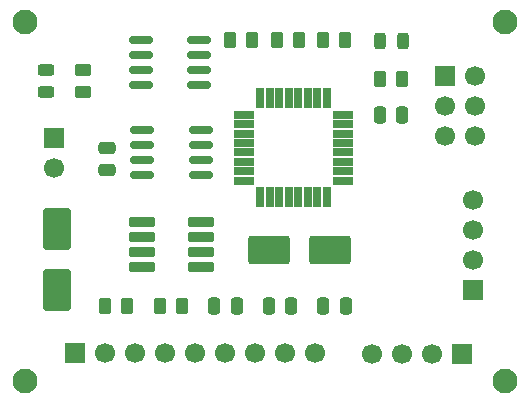
<source format=gbr>
%TF.GenerationSoftware,KiCad,Pcbnew,9.0.2*%
%TF.CreationDate,2025-09-04T16:38:10+03:00*%
%TF.ProjectId,MCU Data Logger,4d435520-4461-4746-9120-4c6f67676572,rev?*%
%TF.SameCoordinates,Original*%
%TF.FileFunction,Soldermask,Top*%
%TF.FilePolarity,Negative*%
%FSLAX46Y46*%
G04 Gerber Fmt 4.6, Leading zero omitted, Abs format (unit mm)*
G04 Created by KiCad (PCBNEW 9.0.2) date 2025-09-04 16:38:10*
%MOMM*%
%LPD*%
G01*
G04 APERTURE LIST*
G04 Aperture macros list*
%AMRoundRect*
0 Rectangle with rounded corners*
0 $1 Rounding radius*
0 $2 $3 $4 $5 $6 $7 $8 $9 X,Y pos of 4 corners*
0 Add a 4 corners polygon primitive as box body*
4,1,4,$2,$3,$4,$5,$6,$7,$8,$9,$2,$3,0*
0 Add four circle primitives for the rounded corners*
1,1,$1+$1,$2,$3*
1,1,$1+$1,$4,$5*
1,1,$1+$1,$6,$7*
1,1,$1+$1,$8,$9*
0 Add four rect primitives between the rounded corners*
20,1,$1+$1,$2,$3,$4,$5,0*
20,1,$1+$1,$4,$5,$6,$7,0*
20,1,$1+$1,$6,$7,$8,$9,0*
20,1,$1+$1,$8,$9,$2,$3,0*%
G04 Aperture macros list end*
%ADD10RoundRect,0.250000X0.262500X0.450000X-0.262500X0.450000X-0.262500X-0.450000X0.262500X-0.450000X0*%
%ADD11RoundRect,0.250000X-0.262500X-0.450000X0.262500X-0.450000X0.262500X0.450000X-0.262500X0.450000X0*%
%ADD12RoundRect,0.250000X-0.475000X0.250000X-0.475000X-0.250000X0.475000X-0.250000X0.475000X0.250000X0*%
%ADD13RoundRect,0.250000X0.250000X0.475000X-0.250000X0.475000X-0.250000X-0.475000X0.250000X-0.475000X0*%
%ADD14R,1.700000X1.700000*%
%ADD15C,1.700000*%
%ADD16RoundRect,0.250001X0.949999X-1.499999X0.949999X1.499999X-0.949999X1.499999X-0.949999X-1.499999X0*%
%ADD17C,2.100000*%
%ADD18RoundRect,0.150000X-0.825000X-0.150000X0.825000X-0.150000X0.825000X0.150000X-0.825000X0.150000X0*%
%ADD19RoundRect,0.094250X-0.742750X-0.282750X0.742750X-0.282750X0.742750X0.282750X-0.742750X0.282750X0*%
%ADD20RoundRect,0.094250X-0.282750X-0.742750X0.282750X-0.742750X0.282750X0.742750X-0.282750X0.742750X0*%
%ADD21RoundRect,0.243750X-0.243750X-0.456250X0.243750X-0.456250X0.243750X0.456250X-0.243750X0.456250X0*%
%ADD22RoundRect,0.250000X-0.250000X-0.475000X0.250000X-0.475000X0.250000X0.475000X-0.250000X0.475000X0*%
%ADD23RoundRect,0.250001X1.499999X0.949999X-1.499999X0.949999X-1.499999X-0.949999X1.499999X-0.949999X0*%
%ADD24RoundRect,0.243750X-0.456250X0.243750X-0.456250X-0.243750X0.456250X-0.243750X0.456250X0.243750X0*%
%ADD25RoundRect,0.099250X-0.987750X-0.297750X0.987750X-0.297750X0.987750X0.297750X-0.987750X0.297750X0*%
%ADD26RoundRect,0.250000X0.450000X-0.262500X0.450000X0.262500X-0.450000X0.262500X-0.450000X-0.262500X0*%
G04 APERTURE END LIST*
D10*
%TO.C,R5*%
X135635500Y-57150000D03*
X133810500Y-57150000D03*
%TD*%
D11*
%TO.C,R1*%
X144375500Y-34645600D03*
X146200500Y-34645600D03*
%TD*%
D12*
%TO.C,C5*%
X133908800Y-43754001D03*
X133908800Y-45653999D03*
%TD*%
D13*
%TO.C,C1*%
X144905499Y-57150000D03*
X143005501Y-57150000D03*
%TD*%
D14*
%TO.C,ICSP*%
X162555000Y-37693600D03*
D15*
X165095000Y-37693600D03*
X162555000Y-40233600D03*
X165095000Y-40233600D03*
X162555000Y-42773600D03*
X165095000Y-42773600D03*
%TD*%
D10*
%TO.C,R4*%
X140251800Y-57150000D03*
X138426800Y-57150000D03*
%TD*%
D16*
%TO.C,Y2*%
X129667000Y-55838401D03*
X129667000Y-50638399D03*
%TD*%
D17*
%TO.C,H1*%
X167640000Y-33070800D03*
%TD*%
D18*
%TO.C,U1*%
X136920200Y-42281100D03*
X136920200Y-43551100D03*
X136920200Y-44821100D03*
X136920200Y-46091100D03*
X141870200Y-46091100D03*
X141870200Y-44821100D03*
X141870200Y-43551100D03*
X141870200Y-42281100D03*
%TD*%
%TO.C,U2*%
X136793200Y-34614600D03*
X136793200Y-35884600D03*
X136793200Y-37154600D03*
X136793200Y-38424600D03*
X141743200Y-38424600D03*
X141743200Y-37154600D03*
X141743200Y-35884600D03*
X141743200Y-34614600D03*
%TD*%
D17*
%TO.C,H3*%
X167640000Y-63500000D03*
%TD*%
D19*
%TO.C,U3*%
X145563000Y-40950000D03*
X145563000Y-41750000D03*
X145563000Y-42550000D03*
X145563000Y-43350000D03*
X145563000Y-44150000D03*
X145563000Y-44950000D03*
X145563000Y-45750000D03*
X145563000Y-46550000D03*
D20*
X146933000Y-47920000D03*
X147733000Y-47920000D03*
X148533000Y-47920000D03*
X149333000Y-47920000D03*
X150133000Y-47920000D03*
X150933000Y-47920000D03*
X151733000Y-47920000D03*
X152533000Y-47920000D03*
D19*
X153903000Y-46550000D03*
X153903000Y-45750000D03*
X153903000Y-44950000D03*
X153903000Y-44150000D03*
X153903000Y-43350000D03*
X153903000Y-42550000D03*
X153903000Y-41750000D03*
X153903000Y-40950000D03*
D20*
X152533000Y-39580000D03*
X151733000Y-39580000D03*
X150933000Y-39580000D03*
X150133000Y-39580000D03*
X149333000Y-39580000D03*
X148533000Y-39580000D03*
X147733000Y-39580000D03*
X146933000Y-39580000D03*
%TD*%
D14*
%TO.C,UART*%
X163957000Y-61204000D03*
D15*
X161417000Y-61204000D03*
X158877001Y-61204000D03*
X156337000Y-61204000D03*
%TD*%
D17*
%TO.C,H4*%
X127000000Y-63500000D03*
%TD*%
D21*
%TO.C,D1*%
X157090499Y-34713000D03*
X158965501Y-34713000D03*
%TD*%
D14*
%TO.C,I2C*%
X164896800Y-55778400D03*
D15*
X164896800Y-53238400D03*
X164896800Y-50698401D03*
X164896800Y-48158400D03*
%TD*%
D22*
%TO.C,C3*%
X152238001Y-57150000D03*
X154137999Y-57150000D03*
%TD*%
D14*
%TO.C,DIO*%
X131191000Y-61149000D03*
D15*
X133731000Y-61149000D03*
X136270999Y-61149000D03*
X138811000Y-61149000D03*
X141351000Y-61149000D03*
X143891000Y-61149000D03*
X146431000Y-61149000D03*
X148971001Y-61149000D03*
X151511000Y-61149000D03*
%TD*%
D17*
%TO.C,H2*%
X127000000Y-33070800D03*
%TD*%
D22*
%TO.C,C4*%
X157058001Y-40995600D03*
X158957999Y-40995600D03*
%TD*%
D11*
%TO.C,R3*%
X152249500Y-34668000D03*
X154074500Y-34668000D03*
%TD*%
D23*
%TO.C,Y1*%
X152815601Y-52425600D03*
X147615599Y-52425600D03*
%TD*%
D11*
%TO.C,R7*%
X157075500Y-37947600D03*
X158900500Y-37947600D03*
%TD*%
D10*
%TO.C,R2*%
X150162900Y-34645600D03*
X148337900Y-34645600D03*
%TD*%
D24*
%TO.C,D2*%
X128739800Y-37162499D03*
X128739800Y-39037501D03*
%TD*%
D25*
%TO.C,U4*%
X136920200Y-50012600D03*
X136920200Y-51282600D03*
X136920200Y-52552600D03*
X136920200Y-53822600D03*
X141870200Y-53822600D03*
X141870200Y-52552600D03*
X141870200Y-51282600D03*
X141870200Y-50012600D03*
%TD*%
D14*
%TO.C,VCC*%
X129463800Y-42906800D03*
D15*
X129463800Y-45446800D03*
%TD*%
D22*
%TO.C,C2*%
X147621801Y-57150000D03*
X149521799Y-57150000D03*
%TD*%
D26*
%TO.C,R6*%
X131876800Y-39012500D03*
X131876800Y-37187500D03*
%TD*%
M02*

</source>
